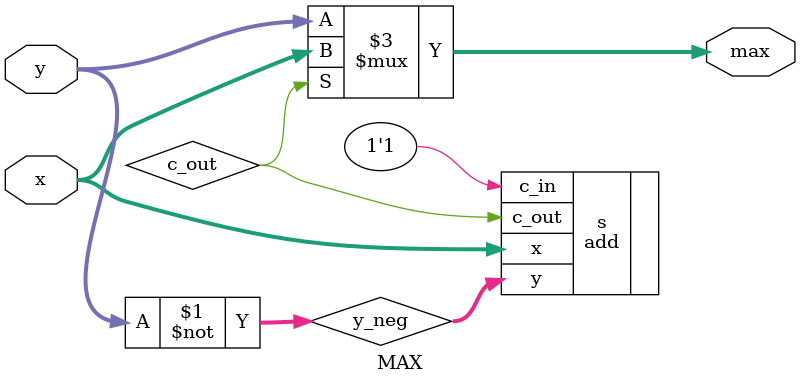
<source format=v>
module MAX(
    x, y,
    max
);
    input [7:0] x, y;
    output [7:0] max;

    wire [7:0] y_neg;
    assign #1 y_neg = ~y;

    wire c_out;
    add #( .N(8) ) s (
        .x(x), .y(y_neg), .c_in(1'b1),
        .c_out(c_out)
    );

    wire b_out;
    assign #1 b_out = ~c_out;
    
    assign #1 max = b_out ? y : x;
endmodule
</source>
